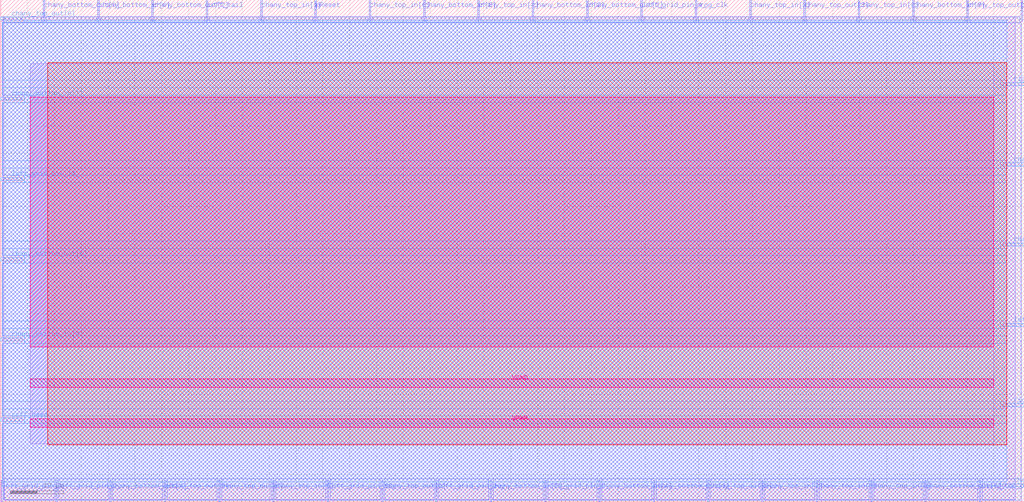
<source format=lef>
VERSION 5.7 ;
  NAMESCASESENSITIVE ON ;
  NOWIREEXTENSIONATPIN ON ;
  DIVIDERCHAR "/" ;
  BUSBITCHARS "[]" ;
UNITS
  DATABASE MICRONS 200 ;
END UNITS

MACRO cby_0__1_
  CLASS BLOCK ;
  FOREIGN cby_0__1_ ;
  ORIGIN 0.000 0.000 ;
  SIZE 190.620 BY 93.595 ;
  PIN ccff_head
    DIRECTION INPUT ;
    PORT
      LAYER met3 ;
        RECT 0.000 15.000 4.000 15.600 ;
    END
  END ccff_head
  PIN ccff_tail
    DIRECTION OUTPUT TRISTATE ;
    PORT
      LAYER met2 ;
        RECT 38.270 89.595 38.550 93.595 ;
    END
  END ccff_tail
  PIN chany_bottom_in[0]
    DIRECTION INPUT ;
    PORT
      LAYER met2 ;
        RECT 18.030 89.595 18.310 93.595 ;
    END
  END chany_bottom_in[0]
  PIN chany_bottom_in[1]
    DIRECTION INPUT ;
    PORT
      LAYER met3 ;
        RECT 0.000 74.840 4.000 75.440 ;
    END
  END chany_bottom_in[1]
  PIN chany_bottom_in[2]
    DIRECTION INPUT ;
    PORT
      LAYER met2 ;
        RECT 98.990 89.595 99.270 93.595 ;
    END
  END chany_bottom_in[2]
  PIN chany_bottom_in[3]
    DIRECTION INPUT ;
    PORT
      LAYER met2 ;
        RECT 91.170 0.000 91.450 4.000 ;
    END
  END chany_bottom_in[3]
  PIN chany_bottom_in[4]
    DIRECTION INPUT ;
    PORT
      LAYER met2 ;
        RECT 111.410 0.000 111.690 4.000 ;
    END
  END chany_bottom_in[4]
  PIN chany_bottom_in[5]
    DIRECTION INPUT ;
    PORT
      LAYER met2 ;
        RECT 78.750 89.595 79.030 93.595 ;
    END
  END chany_bottom_in[5]
  PIN chany_bottom_in[6]
    DIRECTION INPUT ;
    PORT
      LAYER met3 ;
        RECT 0.000 29.960 4.000 30.560 ;
    END
  END chany_bottom_in[6]
  PIN chany_bottom_in[7]
    DIRECTION INPUT ;
    PORT
      LAYER met2 ;
        RECT 169.830 89.595 170.110 93.595 ;
    END
  END chany_bottom_in[7]
  PIN chany_bottom_in[8]
    DIRECTION INPUT ;
    PORT
      LAYER met3 ;
        RECT 186.620 47.640 190.620 48.240 ;
    END
  END chany_bottom_in[8]
  PIN chany_bottom_out[0]
    DIRECTION OUTPUT TRISTATE ;
    PORT
      LAYER met2 ;
        RECT 7.910 89.595 8.190 93.595 ;
    END
  END chany_bottom_out[0]
  PIN chany_bottom_out[1]
    DIRECTION OUTPUT TRISTATE ;
    PORT
      LAYER met2 ;
        RECT 121.530 0.000 121.810 4.000 ;
    END
  END chany_bottom_out[1]
  PIN chany_bottom_out[2]
    DIRECTION OUTPUT TRISTATE ;
    PORT
      LAYER met2 ;
        RECT 28.150 89.595 28.430 93.595 ;
    END
  END chany_bottom_out[2]
  PIN chany_bottom_out[3]
    DIRECTION OUTPUT TRISTATE ;
    PORT
      LAYER met2 ;
        RECT 109.110 89.595 109.390 93.595 ;
    END
  END chany_bottom_out[3]
  PIN chany_bottom_out[4]
    DIRECTION OUTPUT TRISTATE ;
    PORT
      LAYER met2 ;
        RECT 20.330 0.000 20.610 4.000 ;
    END
  END chany_bottom_out[4]
  PIN chany_bottom_out[5]
    DIRECTION OUTPUT TRISTATE ;
    PORT
      LAYER met2 ;
        RECT 172.130 0.000 172.410 4.000 ;
    END
  END chany_bottom_out[5]
  PIN chany_bottom_out[6]
    DIRECTION OUTPUT TRISTATE ;
    PORT
      LAYER met3 ;
        RECT 0.000 44.920 4.000 45.520 ;
    END
  END chany_bottom_out[6]
  PIN chany_bottom_out[7]
    DIRECTION OUTPUT TRISTATE ;
    PORT
      LAYER met3 ;
        RECT 186.620 2.760 190.620 3.360 ;
    END
  END chany_bottom_out[7]
  PIN chany_bottom_out[8]
    DIRECTION OUTPUT TRISTATE ;
    PORT
      LAYER met2 ;
        RECT 190.070 89.595 190.350 93.595 ;
    END
  END chany_bottom_out[8]
  PIN chany_top_in[0]
    DIRECTION INPUT ;
    PORT
      LAYER met2 ;
        RECT 162.010 0.000 162.290 4.000 ;
    END
  END chany_top_in[0]
  PIN chany_top_in[1]
    DIRECTION INPUT ;
    PORT
      LAYER met2 ;
        RECT 48.390 89.595 48.670 93.595 ;
    END
  END chany_top_in[1]
  PIN chany_top_in[2]
    DIRECTION INPUT ;
    PORT
      LAYER met2 ;
        RECT 139.470 89.595 139.750 93.595 ;
    END
  END chany_top_in[2]
  PIN chany_top_in[3]
    DIRECTION INPUT ;
    PORT
      LAYER met2 ;
        RECT 151.890 0.000 152.170 4.000 ;
    END
  END chany_top_in[3]
  PIN chany_top_in[4]
    DIRECTION INPUT ;
    PORT
      LAYER met2 ;
        RECT 88.870 89.595 89.150 93.595 ;
    END
  END chany_top_in[4]
  PIN chany_top_in[5]
    DIRECTION INPUT ;
    PORT
      LAYER met2 ;
        RECT 50.690 0.000 50.970 4.000 ;
    END
  END chany_top_in[5]
  PIN chany_top_in[6]
    DIRECTION INPUT ;
    PORT
      LAYER met2 ;
        RECT 68.630 89.595 68.910 93.595 ;
    END
  END chany_top_in[6]
  PIN chany_top_in[7]
    DIRECTION INPUT ;
    PORT
      LAYER met2 ;
        RECT 141.770 0.000 142.050 4.000 ;
    END
  END chany_top_in[7]
  PIN chany_top_in[8]
    DIRECTION INPUT ;
    PORT
      LAYER met2 ;
        RECT 159.710 89.595 159.990 93.595 ;
    END
  END chany_top_in[8]
  PIN chany_top_out[0]
    DIRECTION OUTPUT TRISTATE ;
    PORT
      LAYER met3 ;
        RECT 0.000 89.800 4.000 90.400 ;
    END
  END chany_top_out[0]
  PIN chany_top_out[1]
    DIRECTION OUTPUT TRISTATE ;
    PORT
      LAYER met2 ;
        RECT 70.930 0.000 71.210 4.000 ;
    END
  END chany_top_out[1]
  PIN chany_top_out[2]
    DIRECTION OUTPUT TRISTATE ;
    PORT
      LAYER met3 ;
        RECT 186.620 62.600 190.620 63.200 ;
    END
  END chany_top_out[2]
  PIN chany_top_out[3]
    DIRECTION OUTPUT TRISTATE ;
    PORT
      LAYER met2 ;
        RECT 149.590 89.595 149.870 93.595 ;
    END
  END chany_top_out[3]
  PIN chany_top_out[4]
    DIRECTION OUTPUT TRISTATE ;
    PORT
      LAYER met2 ;
        RECT 179.950 89.595 180.230 93.595 ;
    END
  END chany_top_out[4]
  PIN chany_top_out[5]
    DIRECTION OUTPUT TRISTATE ;
    PORT
      LAYER met2 ;
        RECT 182.250 0.000 182.530 4.000 ;
    END
  END chany_top_out[5]
  PIN chany_top_out[6]
    DIRECTION OUTPUT TRISTATE ;
    PORT
      LAYER met2 ;
        RECT 40.570 0.000 40.850 4.000 ;
    END
  END chany_top_out[6]
  PIN chany_top_out[7]
    DIRECTION OUTPUT TRISTATE ;
    PORT
      LAYER met2 ;
        RECT 30.450 0.000 30.730 4.000 ;
    END
  END chany_top_out[7]
  PIN chany_top_out[8]
    DIRECTION OUTPUT TRISTATE ;
    PORT
      LAYER met2 ;
        RECT 131.650 0.000 131.930 4.000 ;
    END
  END chany_top_out[8]
  PIN left_grid_pin_0_
    DIRECTION OUTPUT TRISTATE ;
    PORT
      LAYER met2 ;
        RECT 101.290 0.000 101.570 4.000 ;
    END
  END left_grid_pin_0_
  PIN left_grid_pin_10_
    DIRECTION OUTPUT TRISTATE ;
    PORT
      LAYER met2 ;
        RECT 81.050 0.000 81.330 4.000 ;
    END
  END left_grid_pin_10_
  PIN left_grid_pin_12_
    DIRECTION OUTPUT TRISTATE ;
    PORT
      LAYER met2 ;
        RECT 60.810 0.000 61.090 4.000 ;
    END
  END left_grid_pin_12_
  PIN left_grid_pin_14_
    DIRECTION OUTPUT TRISTATE ;
    PORT
      LAYER met3 ;
        RECT 0.000 59.880 4.000 60.480 ;
    END
  END left_grid_pin_14_
  PIN left_grid_pin_2_
    DIRECTION OUTPUT TRISTATE ;
    PORT
      LAYER met2 ;
        RECT 10.210 0.000 10.490 4.000 ;
    END
  END left_grid_pin_2_
  PIN left_grid_pin_4_
    DIRECTION OUTPUT TRISTATE ;
    PORT
      LAYER met2 ;
        RECT 119.230 89.595 119.510 93.595 ;
    END
  END left_grid_pin_4_
  PIN left_grid_pin_6_
    DIRECTION OUTPUT TRISTATE ;
    PORT
      LAYER met3 ;
        RECT 186.620 32.680 190.620 33.280 ;
    END
  END left_grid_pin_6_
  PIN left_grid_pin_8_
    DIRECTION OUTPUT TRISTATE ;
    PORT
      LAYER met2 ;
        RECT 0.090 0.000 0.370 4.000 ;
    END
  END left_grid_pin_8_
  PIN pReset
    DIRECTION INPUT ;
    PORT
      LAYER met2 ;
        RECT 58.510 89.595 58.790 93.595 ;
    END
  END pReset
  PIN prog_clk
    DIRECTION INPUT ;
    PORT
      LAYER met2 ;
        RECT 129.350 89.595 129.630 93.595 ;
    END
  END prog_clk
  PIN right_grid_pin_3_
    DIRECTION OUTPUT TRISTATE ;
    PORT
      LAYER met3 ;
        RECT 186.620 77.560 190.620 78.160 ;
    END
  END right_grid_pin_3_
  PIN right_grid_pin_7_
    DIRECTION OUTPUT TRISTATE ;
    PORT
      LAYER met3 ;
        RECT 186.620 17.720 190.620 18.320 ;
    END
  END right_grid_pin_7_
  PIN VPWR
    DIRECTION INPUT ;
    USE POWER ;
    PORT
      LAYER met5 ;
        RECT 5.520 13.840 184.920 15.440 ;
    END
  END VPWR
  PIN VGND
    DIRECTION INPUT ;
    USE GROUND ;
    PORT
      LAYER met5 ;
        RECT 5.520 21.340 184.920 22.940 ;
    END
  END VGND
  OBS
      LAYER li1 ;
        RECT 5.520 10.795 184.920 81.685 ;
      LAYER met1 ;
        RECT 0.530 0.380 188.990 90.400 ;
      LAYER met2 ;
        RECT 0.370 89.315 7.630 90.430 ;
        RECT 8.470 89.315 17.750 90.430 ;
        RECT 18.590 89.315 27.870 90.430 ;
        RECT 28.710 89.315 37.990 90.430 ;
        RECT 38.830 89.315 48.110 90.430 ;
        RECT 48.950 89.315 58.230 90.430 ;
        RECT 59.070 89.315 68.350 90.430 ;
        RECT 69.190 89.315 78.470 90.430 ;
        RECT 79.310 89.315 88.590 90.430 ;
        RECT 89.430 89.315 98.710 90.430 ;
        RECT 99.550 89.315 108.830 90.430 ;
        RECT 109.670 89.315 118.950 90.430 ;
        RECT 119.790 89.315 129.070 90.430 ;
        RECT 129.910 89.315 139.190 90.430 ;
        RECT 140.030 89.315 149.310 90.430 ;
        RECT 150.150 89.315 159.430 90.430 ;
        RECT 160.270 89.315 169.550 90.430 ;
        RECT 170.390 89.315 179.670 90.430 ;
        RECT 180.510 89.315 189.790 90.430 ;
        RECT 0.370 4.280 190.070 89.315 ;
        RECT 0.650 0.270 9.930 4.280 ;
        RECT 10.770 0.270 20.050 4.280 ;
        RECT 20.890 0.270 30.170 4.280 ;
        RECT 31.010 0.270 40.290 4.280 ;
        RECT 41.130 0.270 50.410 4.280 ;
        RECT 51.250 0.270 60.530 4.280 ;
        RECT 61.370 0.270 70.650 4.280 ;
        RECT 71.490 0.270 80.770 4.280 ;
        RECT 81.610 0.270 90.890 4.280 ;
        RECT 91.730 0.270 101.010 4.280 ;
        RECT 101.850 0.270 111.130 4.280 ;
        RECT 111.970 0.270 121.250 4.280 ;
        RECT 122.090 0.270 131.370 4.280 ;
        RECT 132.210 0.270 141.490 4.280 ;
        RECT 142.330 0.270 151.610 4.280 ;
        RECT 152.450 0.270 161.730 4.280 ;
        RECT 162.570 0.270 171.850 4.280 ;
        RECT 172.690 0.270 181.970 4.280 ;
        RECT 182.810 0.270 190.070 4.280 ;
      LAYER met3 ;
        RECT 4.400 89.400 187.410 89.800 ;
        RECT 0.310 78.560 187.410 89.400 ;
        RECT 0.310 77.160 186.220 78.560 ;
        RECT 0.310 75.840 187.410 77.160 ;
        RECT 4.400 74.440 187.410 75.840 ;
        RECT 0.310 63.600 187.410 74.440 ;
        RECT 0.310 62.200 186.220 63.600 ;
        RECT 0.310 60.880 187.410 62.200 ;
        RECT 4.400 59.480 187.410 60.880 ;
        RECT 0.310 48.640 187.410 59.480 ;
        RECT 0.310 47.240 186.220 48.640 ;
        RECT 0.310 45.920 187.410 47.240 ;
        RECT 4.400 44.520 187.410 45.920 ;
        RECT 0.310 33.680 187.410 44.520 ;
        RECT 0.310 32.280 186.220 33.680 ;
        RECT 0.310 30.960 187.410 32.280 ;
        RECT 4.400 29.560 187.410 30.960 ;
        RECT 0.310 18.720 187.410 29.560 ;
        RECT 0.310 17.320 186.220 18.720 ;
        RECT 0.310 16.000 187.410 17.320 ;
        RECT 4.400 14.600 187.410 16.000 ;
        RECT 0.310 3.760 187.410 14.600 ;
        RECT 0.310 2.910 186.220 3.760 ;
      LAYER met4 ;
        RECT 8.720 10.640 187.385 81.840 ;
      LAYER met5 ;
        RECT 5.520 28.840 184.920 75.440 ;
  END
END cby_0__1_
END LIBRARY


</source>
